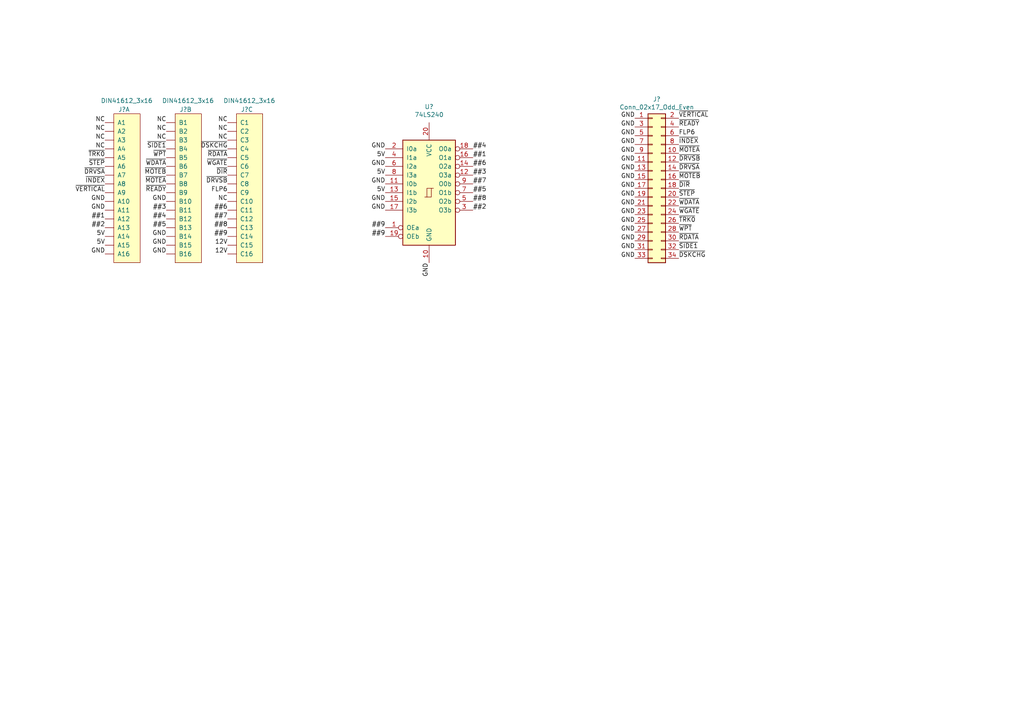
<source format=kicad_sch>
(kicad_sch (version 20230121) (generator eeschema)
  (paper "A4")
  (lib_symbols
    (symbol "74xx:74LS240" (pin_names (offset 1.016))
      (property "Reference" "U" (at -7.62 16.51 0))
      (property "Value" "74LS240" (at -7.62 -16.51 0))
      (symbol "74LS240_1_0"
        (polyline (pts (xy -0.635 -1.27) (xy -0.635 1.27) (xy 0.635 1.27)))
        (polyline (pts (xy -1.27 -1.27) (xy 0.635 -1.27) (xy 0.635 1.27) (xy 1.27 1.27)))
        (pin input inverted (at -12.7 -10.16 0) (length 5.08) (name "OEa") (number "1"))
        (pin power_in line (at 0 -20.32 90) (length 5.08) (name "GND") (number "10"))
        (pin input line (at -12.7 2.54 0) (length 5.08) (name "I0b") (number "11"))
        (pin tri_state inverted (at 12.7 5.08 180) (length 5.08) (name "O3a") (number "12"))
        (pin input line (at -12.7 0 0) (length 5.08) (name "I1b") (number "13"))
        (pin tri_state inverted (at 12.7 7.62 180) (length 5.08) (name "O2a") (number "14"))
        (pin input line (at -12.7 -2.54 0) (length 5.08) (name "I2b") (number "15"))
        (pin tri_state inverted (at 12.7 10.16 180) (length 5.08) (name "O1a") (number "16"))
        (pin input line (at -12.7 -5.08 0) (length 5.08) (name "I3b") (number "17"))
        (pin tri_state inverted (at 12.7 12.7 180) (length 5.08) (name "O0a") (number "18"))
        (pin input inverted (at -12.7 -12.7 0) (length 5.08) (name "OEb") (number "19"))
        (pin input line (at -12.7 12.7 0) (length 5.08) (name "I0a") (number "2"))
        (pin power_in line (at 0 20.32 270) (length 5.08) (name "VCC") (number "20"))
        (pin tri_state inverted (at 12.7 -5.08 180) (length 5.08) (name "O3b") (number "3"))
        (pin input line (at -12.7 10.16 0) (length 5.08) (name "I1a") (number "4"))
        (pin tri_state inverted (at 12.7 -2.54 180) (length 5.08) (name "O2b") (number "5"))
        (pin input line (at -12.7 7.62 0) (length 5.08) (name "I2a") (number "6"))
        (pin tri_state inverted (at 12.7 0 180) (length 5.08) (name "O1b") (number "7"))
        (pin input line (at -12.7 5.08 0) (length 5.08) (name "I3a") (number "8"))
        (pin tri_state inverted (at 12.7 2.54 180) (length 5.08) (name "O0b") (number "9"))
      )
      (symbol "74LS240_1_1"
        (rectangle (start -7.62 15.24) (end 7.62 -15.24) (stroke (width 0.254)) (fill (type background)))
      )
    )
    (symbol "Connector_Generic:Conn_02x17_Odd_Even" (pin_names (offset 1.016) hide)
      (property "Reference" "J" (at 1.27 22.86 0))
      (property "Value" "Conn_02x17_Odd_Even" (at 1.27 -22.86 0))
      (symbol "Conn_02x17_Odd_Even_1_1"
        (rectangle (start -1.27 -20.193) (end 0 -20.447) (stroke (width 0.1524)))
        (rectangle (start -1.27 -17.653) (end 0 -17.907) (stroke (width 0.1524)))
        (rectangle (start -1.27 -15.113) (end 0 -15.367) (stroke (width 0.1524)))
        (rectangle (start -1.27 -12.573) (end 0 -12.827) (stroke (width 0.1524)))
        (rectangle (start -1.27 -10.033) (end 0 -10.287) (stroke (width 0.1524)))
        (rectangle (start -1.27 -7.493) (end 0 -7.747) (stroke (width 0.1524)))
        (rectangle (start -1.27 -4.953) (end 0 -5.207) (stroke (width 0.1524)))
        (rectangle (start -1.27 -2.413) (end 0 -2.667) (stroke (width 0.1524)))
        (rectangle (start -1.27 0.127) (end 0 -0.127) (stroke (width 0.1524)))
        (rectangle (start -1.27 2.667) (end 0 2.413) (stroke (width 0.1524)))
        (rectangle (start -1.27 5.207) (end 0 4.953) (stroke (width 0.1524)))
        (rectangle (start -1.27 7.747) (end 0 7.493) (stroke (width 0.1524)))
        (rectangle (start -1.27 10.287) (end 0 10.033) (stroke (width 0.1524)))
        (rectangle (start -1.27 12.827) (end 0 12.573) (stroke (width 0.1524)))
        (rectangle (start -1.27 15.367) (end 0 15.113) (stroke (width 0.1524)))
        (rectangle (start -1.27 17.907) (end 0 17.653) (stroke (width 0.1524)))
        (rectangle (start -1.27 20.447) (end 0 20.193) (stroke (width 0.1524)))
        (rectangle (start -1.27 21.59) (end 3.81 -21.59) (stroke (width 0.254)) (fill (type background)))
        (rectangle (start 3.81 -20.193) (end 2.54 -20.447) (stroke (width 0.1524)))
        (rectangle (start 3.81 -17.653) (end 2.54 -17.907) (stroke (width 0.1524)))
        (rectangle (start 3.81 -15.113) (end 2.54 -15.367) (stroke (width 0.1524)))
        (rectangle (start 3.81 -12.573) (end 2.54 -12.827) (stroke (width 0.1524)))
        (rectangle (start 3.81 -10.033) (end 2.54 -10.287) (stroke (width 0.1524)))
        (rectangle (start 3.81 -7.493) (end 2.54 -7.747) (stroke (width 0.1524)))
        (rectangle (start 3.81 -4.953) (end 2.54 -5.207) (stroke (width 0.1524)))
        (rectangle (start 3.81 -2.413) (end 2.54 -2.667) (stroke (width 0.1524)))
        (rectangle (start 3.81 0.127) (end 2.54 -0.127) (stroke (width 0.1524)))
        (rectangle (start 3.81 2.667) (end 2.54 2.413) (stroke (width 0.1524)))
        (rectangle (start 3.81 5.207) (end 2.54 4.953) (stroke (width 0.1524)))
        (rectangle (start 3.81 7.747) (end 2.54 7.493) (stroke (width 0.1524)))
        (rectangle (start 3.81 10.287) (end 2.54 10.033) (stroke (width 0.1524)))
        (rectangle (start 3.81 12.827) (end 2.54 12.573) (stroke (width 0.1524)))
        (rectangle (start 3.81 15.367) (end 2.54 15.113) (stroke (width 0.1524)))
        (rectangle (start 3.81 17.907) (end 2.54 17.653) (stroke (width 0.1524)))
        (rectangle (start 3.81 20.447) (end 2.54 20.193) (stroke (width 0.1524)))
        (pin passive line (at -5.08 20.32 0) (length 3.81) (name "Pin_1") (number "1"))
        (pin passive line (at 7.62 10.16 180) (length 3.81) (name "Pin_10") (number "10"))
        (pin passive line (at -5.08 7.62 0) (length 3.81) (name "Pin_11") (number "11"))
        (pin passive line (at 7.62 7.62 180) (length 3.81) (name "Pin_12") (number "12"))
        (pin passive line (at -5.08 5.08 0) (length 3.81) (name "Pin_13") (number "13"))
        (pin passive line (at 7.62 5.08 180) (length 3.81) (name "Pin_14") (number "14"))
        (pin passive line (at -5.08 2.54 0) (length 3.81) (name "Pin_15") (number "15"))
        (pin passive line (at 7.62 2.54 180) (length 3.81) (name "Pin_16") (number "16"))
        (pin passive line (at -5.08 0 0) (length 3.81) (name "Pin_17") (number "17"))
        (pin passive line (at 7.62 0 180) (length 3.81) (name "Pin_18") (number "18"))
        (pin passive line (at -5.08 -2.54 0) (length 3.81) (name "Pin_19") (number "19"))
        (pin passive line (at 7.62 20.32 180) (length 3.81) (name "Pin_2") (number "2"))
        (pin passive line (at 7.62 -2.54 180) (length 3.81) (name "Pin_20") (number "20"))
        (pin passive line (at -5.08 -5.08 0) (length 3.81) (name "Pin_21") (number "21"))
        (pin passive line (at 7.62 -5.08 180) (length 3.81) (name "Pin_22") (number "22"))
        (pin passive line (at -5.08 -7.62 0) (length 3.81) (name "Pin_23") (number "23"))
        (pin passive line (at 7.62 -7.62 180) (length 3.81) (name "Pin_24") (number "24"))
        (pin passive line (at -5.08 -10.16 0) (length 3.81) (name "Pin_25") (number "25"))
        (pin passive line (at 7.62 -10.16 180) (length 3.81) (name "Pin_26") (number "26"))
        (pin passive line (at -5.08 -12.7 0) (length 3.81) (name "Pin_27") (number "27"))
        (pin passive line (at 7.62 -12.7 180) (length 3.81) (name "Pin_28") (number "28"))
        (pin passive line (at -5.08 -15.24 0) (length 3.81) (name "Pin_29") (number "29"))
        (pin passive line (at -5.08 17.78 0) (length 3.81) (name "Pin_3") (number "3"))
        (pin passive line (at 7.62 -15.24 180) (length 3.81) (name "Pin_30") (number "30"))
        (pin passive line (at -5.08 -17.78 0) (length 3.81) (name "Pin_31") (number "31"))
        (pin passive line (at 7.62 -17.78 180) (length 3.81) (name "Pin_32") (number "32"))
        (pin passive line (at -5.08 -20.32 0) (length 3.81) (name "Pin_33") (number "33"))
        (pin passive line (at 7.62 -20.32 180) (length 3.81) (name "Pin_34") (number "34"))
        (pin passive line (at 7.62 17.78 180) (length 3.81) (name "Pin_4") (number "4"))
        (pin passive line (at -5.08 15.24 0) (length 3.81) (name "Pin_5") (number "5"))
        (pin passive line (at 7.62 15.24 180) (length 3.81) (name "Pin_6") (number "6"))
        (pin passive line (at -5.08 12.7 0) (length 3.81) (name "Pin_7") (number "7"))
        (pin passive line (at 7.62 12.7 180) (length 3.81) (name "Pin_8") (number "8"))
        (pin passive line (at -5.08 10.16 0) (length 3.81) (name "Pin_9") (number "9"))
      )
    )
    (symbol "custom:DIN41612_3x16" (pin_names (offset 1.016))
      (property "Reference" "J" (at 0 -2.54 0))
      (property "Value" "DIN41612_3x16" (at 0 0 0))
      (symbol "DIN41612_3x16_0_1"
        (rectangle (start -3.81 -3.81) (end 3.81 -46.99) (fill (type background)))
      )
      (symbol "DIN41612_3x16_1_1"
        (pin unspecified line (at -6.35 -6.35 0) (length 2.54) (name "A1") (number "~"))
        (pin unspecified line (at -6.35 -29.21 0) (length 2.54) (name "A10") (number "~"))
        (pin unspecified line (at -6.35 -31.75 0) (length 2.54) (name "A11") (number "~"))
        (pin unspecified line (at -6.35 -34.29 0) (length 2.54) (name "A12") (number "~"))
        (pin unspecified line (at -6.35 -36.83 0) (length 2.54) (name "A13") (number "~"))
        (pin unspecified line (at -6.35 -39.37 0) (length 2.54) (name "A14") (number "~"))
        (pin unspecified line (at -6.35 -41.91 0) (length 2.54) (name "A15") (number "~"))
        (pin unspecified line (at -6.35 -44.45 0) (length 2.54) (name "A16") (number "~"))
        (pin unspecified line (at -6.35 -8.89 0) (length 2.54) (name "A2") (number "~"))
        (pin unspecified line (at -6.35 -11.43 0) (length 2.54) (name "A3") (number "~"))
        (pin unspecified line (at -6.35 -13.97 0) (length 2.54) (name "A4") (number "~"))
        (pin unspecified line (at -6.35 -16.51 0) (length 2.54) (name "A5") (number "~"))
        (pin unspecified line (at -6.35 -19.05 0) (length 2.54) (name "A6") (number "~"))
        (pin unspecified line (at -6.35 -21.59 0) (length 2.54) (name "A7") (number "~"))
        (pin unspecified line (at -6.35 -24.13 0) (length 2.54) (name "A8") (number "~"))
        (pin unspecified line (at -6.35 -26.67 0) (length 2.54) (name "A9") (number "~"))
      )
      (symbol "DIN41612_3x16_2_1"
        (pin unspecified line (at -6.35 -6.35 0) (length 2.54) (name "B1") (number "~"))
        (pin unspecified line (at -6.35 -29.21 0) (length 2.54) (name "B10") (number "~"))
        (pin unspecified line (at -6.35 -31.75 0) (length 2.54) (name "B11") (number "~"))
        (pin unspecified line (at -6.35 -34.29 0) (length 2.54) (name "B12") (number "~"))
        (pin unspecified line (at -6.35 -36.83 0) (length 2.54) (name "B13") (number "~"))
        (pin unspecified line (at -6.35 -39.37 0) (length 2.54) (name "B14") (number "~"))
        (pin unspecified line (at -6.35 -41.91 0) (length 2.54) (name "B15") (number "~"))
        (pin unspecified line (at -6.35 -44.45 0) (length 2.54) (name "B16") (number "~"))
        (pin unspecified line (at -6.35 -8.89 0) (length 2.54) (name "B2") (number "~"))
        (pin unspecified line (at -6.35 -11.43 0) (length 2.54) (name "B3") (number "~"))
        (pin unspecified line (at -6.35 -13.97 0) (length 2.54) (name "B4") (number "~"))
        (pin unspecified line (at -6.35 -16.51 0) (length 2.54) (name "B5") (number "~"))
        (pin unspecified line (at -6.35 -19.05 0) (length 2.54) (name "B6") (number "~"))
        (pin unspecified line (at -6.35 -21.59 0) (length 2.54) (name "B7") (number "~"))
        (pin unspecified line (at -6.35 -24.13 0) (length 2.54) (name "B8") (number "~"))
        (pin unspecified line (at -6.35 -26.67 0) (length 2.54) (name "B9") (number "~"))
      )
      (symbol "DIN41612_3x16_3_1"
        (pin unspecified line (at -6.35 -6.35 0) (length 2.54) (name "C1") (number "~"))
        (pin unspecified line (at -6.35 -29.21 0) (length 2.54) (name "C10") (number "~"))
        (pin unspecified line (at -6.35 -31.75 0) (length 2.54) (name "C11") (number "~"))
        (pin unspecified line (at -6.35 -34.29 0) (length 2.54) (name "C12") (number "~"))
        (pin unspecified line (at -6.35 -36.83 0) (length 2.54) (name "C13") (number "~"))
        (pin unspecified line (at -6.35 -39.37 0) (length 2.54) (name "C14") (number "~"))
        (pin unspecified line (at -6.35 -41.91 0) (length 2.54) (name "C15") (number "~"))
        (pin unspecified line (at -6.35 -44.45 0) (length 2.54) (name "C16") (number "~"))
        (pin unspecified line (at -6.35 -8.89 0) (length 2.54) (name "C2") (number "~"))
        (pin unspecified line (at -6.35 -11.43 0) (length 2.54) (name "C3") (number "~"))
        (pin unspecified line (at -6.35 -13.97 0) (length 2.54) (name "C4") (number "~"))
        (pin unspecified line (at -6.35 -16.51 0) (length 2.54) (name "C5") (number "~"))
        (pin unspecified line (at -6.35 -19.05 0) (length 2.54) (name "C6") (number "~"))
        (pin unspecified line (at -6.35 -21.59 0) (length 2.54) (name "C7") (number "~"))
        (pin unspecified line (at -6.35 -24.13 0) (length 2.54) (name "C8") (number "~"))
        (pin unspecified line (at -6.35 -26.67 0) (length 2.54) (name "C9") (number "~"))
      )
    )
  )
  (label "GND" (at 184.15 34.29 180))
  (label "~{DIR}" (at 66.04 50.8 180))
  (label "GND" (at 48.26 71.12 180))
  (label "##2" (at 137.16 60.96 0))
  (label "~{WDATA}" (at 48.26 48.26 180))
  (label "12V" (at 66.04 71.12 180))
  (label "~{DSKCHG}" (at 196.85 74.93 0))
  (label "12V" (at 66.04 73.66 180))
  (label "##9" (at 111.76 66.04 180))
  (label "GND" (at 111.76 60.96 180))
  (label "~{WPT}" (at 48.26 45.72 180))
  (label "~{WGATE}" (at 66.04 48.26 180))
  (label "##5" (at 48.26 66.04 180))
  (label "~{INDEX}" (at 196.85 41.91 0))
  (label "GND" (at 30.48 73.66 180))
  (label "GND" (at 184.15 69.85 180))
  (label "##2" (at 30.48 66.04 180))
  (label "NC" (at 30.48 40.64 180))
  (label "~{RDATA}" (at 66.04 45.72 180))
  (label "~{READY}" (at 48.26 55.88 180))
  (label "GND" (at 184.15 59.69 180))
  (label "GND" (at 111.76 53.34 180))
  (label "##6" (at 66.04 60.96 180))
  (label "##5" (at 137.16 55.88 0))
  (label "~{MOTEA}" (at 48.26 53.34 180))
  (label "GND" (at 184.15 44.45 180))
  (label "GND" (at 184.15 72.39 180))
  (label "~{DIR}" (at 196.85 54.61 0))
  (label "NC" (at 30.48 38.1 180))
  (label "~{DRVSA}" (at 196.85 49.53 0))
  (label "GND" (at 124.46 76.2 270))
  (label "5V" (at 30.48 68.58 180))
  (label "~{WPT}" (at 196.85 67.31 0))
  (label "~{STEP}" (at 196.85 57.15 0))
  (label "~{WGATE}" (at 196.85 62.23 0))
  (label "~{DRVSB}" (at 66.04 53.34 180))
  (label "~{MOTEB}" (at 48.26 50.8 180))
  (label "~{TRK0}" (at 196.85 64.77 0))
  (label "GND" (at 184.15 46.99 180))
  (label "GND" (at 111.76 58.42 180))
  (label "##8" (at 137.16 58.42 0))
  (label "~{RDATA}" (at 196.85 69.85 0))
  (label "~{DRVSB}" (at 196.85 46.99 0))
  (label "GND" (at 111.76 48.26 180))
  (label "##4" (at 137.16 43.18 0))
  (label "~{STEP}" (at 30.48 48.26 180))
  (label "~{MOTEA}" (at 196.85 44.45 0))
  (label "GND" (at 184.15 41.91 180))
  (label "~{VERTICAL}" (at 30.48 55.88 180))
  (label "GND" (at 184.15 74.93 180))
  (label "GND" (at 48.26 58.42 180))
  (label "NC" (at 30.48 35.56 180))
  (label "##7" (at 66.04 63.5 180))
  (label "GND" (at 184.15 54.61 180))
  (label "5V" (at 111.76 45.72 180))
  (label "GND" (at 184.15 64.77 180))
  (label "GND" (at 184.15 52.07 180))
  (label "##3" (at 137.16 50.8 0))
  (label "~{VERTICAL}" (at 196.85 34.29 0))
  (label "NC" (at 66.04 58.42 180))
  (label "GND" (at 48.26 68.58 180))
  (label "~{SIDE1}" (at 196.85 72.39 0))
  (label "~{SIDE1}" (at 48.26 43.18 180))
  (label "FLP6" (at 66.04 55.88 180))
  (label "NC" (at 66.04 38.1 180))
  (label "##7" (at 137.16 53.34 0))
  (label "GND" (at 184.15 49.53 180))
  (label "~{TRK0}" (at 30.48 45.72 180))
  (label "GND" (at 184.15 39.37 180))
  (label "~{DRVSA}" (at 30.48 50.8 180))
  (label "##8" (at 66.04 66.04 180))
  (label "GND" (at 48.26 73.66 180))
  (label "##9" (at 66.04 68.58 180))
  (label "GND" (at 30.48 60.96 180))
  (label "GND" (at 111.76 43.18 180))
  (label "NC" (at 48.26 40.64 180))
  (label "GND" (at 30.48 58.42 180))
  (label "##4" (at 48.26 63.5 180))
  (label "NC" (at 48.26 38.1 180))
  (label "~{WDATA}" (at 196.85 59.69 0))
  (label "5V" (at 111.76 50.8 180))
  (label "5V" (at 111.76 55.88 180))
  (label "##1" (at 30.48 63.5 180))
  (label "NC" (at 48.26 35.56 180))
  (label "GND" (at 184.15 57.15 180))
  (label "NC" (at 30.48 43.18 180))
  (label "GND" (at 184.15 62.23 180))
  (label "5V" (at 30.48 71.12 180))
  (label "GND" (at 184.15 67.31 180))
  (label "GND" (at 184.15 36.83 180))
  (label "FLP6" (at 196.85 39.37 0))
  (label "NC" (at 66.04 35.56 180))
  (label "~{DSKCHG}" (at 66.04 43.18 180))
  (label "~{INDEX}" (at 30.48 53.34 180))
  (label "~{MOTEB}" (at 196.85 52.07 0))
  (label "##9" (at 111.76 68.58 180))
  (label "NC" (at 66.04 40.64 180))
  (label "##3" (at 48.26 60.96 180))
  (label "~{READY}" (at 196.85 36.83 0))
  (label "##6" (at 137.16 48.26 0))
  (label "##1" (at 137.16 45.72 0))
  (symbol (lib_id "custom:DIN41612_3x16") (at 36.83 29.21 0) (unit 1)
    (property "Reference" "J?" (at 34.29 31.75 0) (effects (justify left)))
    (property "Value" "DIN41612_3x16" (at 29.21 29.21 0) (effects (justify left)))
  )
  (symbol (lib_id "custom:DIN41612_3x16") (at 54.61 29.21 0) (unit 2)
    (property "Reference" "J?" (at 52.07 31.75 0) (effects (justify left)))
    (property "Value" "DIN41612_3x16" (at 46.99 29.21 0) (effects (justify left)))
  )
  (symbol (lib_id "custom:DIN41612_3x16") (at 72.39 29.21 0) (unit 3)
    (property "Reference" "J?" (at 69.85 31.75 0) (effects (justify left)))
    (property "Value" "DIN41612_3x16" (at 64.77 29.21 0) (effects (justify left)))
  )
  (symbol (lib_id "Connector_Generic:Conn_02x17_Odd_Even") (at 189.23 54.61 0) (unit 1)
    (property "Reference" "J?" (at 190.5 28.7782 0))
    (property "Value" "Conn_02x17_Odd_Even" (at 190.5 31.0896 0))
  )
  (symbol (lib_id "74xx:74LS240") (at 124.46 55.88 0) (unit 1)
    (property "Reference" "U?" (at 124.46 30.9626 0))
    (property "Value" "74LS240" (at 124.46 33.274 0))
    (property "Datasheet" "http://www.ti.com/lit/ds/symlink/sn74ls240.pdf" (effects hide))
  )
)
</source>
